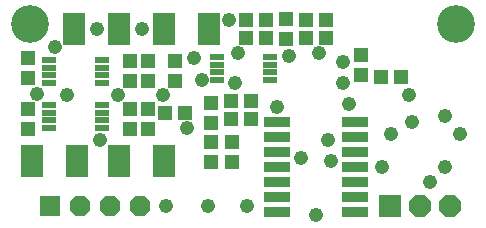
<source format=gts>
G75*
G70*
%OFA0B0*%
%FSLAX24Y24*%
%IPPOS*%
%LPD*%
%AMOC8*
5,1,8,0,0,1.08239X$1,22.5*
%
%ADD10C,0.1261*%
%ADD11R,0.0513X0.0237*%
%ADD12R,0.0880X0.0340*%
%ADD13R,0.0474X0.0513*%
%ADD14R,0.0749X0.1064*%
%ADD15R,0.0513X0.0474*%
%ADD16R,0.0740X0.0740*%
%ADD17OC8,0.0740*%
%ADD18R,0.0674X0.0674*%
%ADD19OC8,0.0674*%
%ADD20C,0.0476*%
D10*
X005677Y010165D03*
X019851Y010165D03*
D11*
X013676Y009062D03*
X013676Y008806D03*
X013676Y008550D03*
X013676Y008294D03*
X011904Y008294D03*
X011904Y008550D03*
X011904Y008806D03*
X011904Y009062D03*
X008076Y008962D03*
X008076Y008706D03*
X008076Y008450D03*
X008076Y008194D03*
X008076Y007462D03*
X008076Y007206D03*
X008076Y006950D03*
X008076Y006694D03*
X006304Y006694D03*
X006304Y006950D03*
X006304Y007206D03*
X006304Y007462D03*
X006304Y008194D03*
X006304Y008450D03*
X006304Y008706D03*
X006304Y008962D03*
D12*
X013885Y006878D03*
X013885Y006378D03*
X013885Y005878D03*
X013885Y005378D03*
X013885Y004878D03*
X013885Y004378D03*
X013885Y003878D03*
X016495Y003878D03*
X016495Y004378D03*
X016495Y004878D03*
X016495Y005378D03*
X016495Y005878D03*
X016495Y006378D03*
X016495Y006878D03*
D13*
X016690Y008444D03*
X016690Y009113D03*
X014190Y009644D03*
X014190Y010313D03*
X010490Y008913D03*
X009590Y008913D03*
X008990Y008913D03*
X008990Y008244D03*
X009590Y008244D03*
X010490Y008244D03*
X011690Y007513D03*
X011690Y006844D03*
X011690Y006213D03*
X012390Y006213D03*
X012390Y005544D03*
X011690Y005544D03*
X009590Y006644D03*
X008990Y006644D03*
X008990Y007313D03*
X009590Y007313D03*
X005590Y007313D03*
X005590Y006644D03*
X005590Y008344D03*
X005590Y009013D03*
D14*
X007142Y009978D03*
X008638Y009978D03*
X010142Y009978D03*
X011638Y009978D03*
X010138Y005578D03*
X008642Y005578D03*
X007238Y005578D03*
X005742Y005578D03*
D15*
X010155Y007178D03*
X010825Y007178D03*
X012355Y006978D03*
X013025Y006978D03*
X013025Y007578D03*
X012355Y007578D03*
X012855Y009678D03*
X013525Y009678D03*
X013525Y010278D03*
X012855Y010278D03*
X014855Y010278D03*
X015525Y010278D03*
X015525Y009678D03*
X014855Y009678D03*
X017355Y008378D03*
X018025Y008378D03*
D16*
X017670Y004078D03*
D17*
X018670Y004078D03*
X019670Y004078D03*
D18*
X006343Y004078D03*
D19*
X007343Y004078D03*
X008343Y004078D03*
X009343Y004078D03*
D20*
X010190Y004078D03*
X011590Y004078D03*
X012890Y004078D03*
X015190Y003778D03*
X017390Y005378D03*
X018990Y004878D03*
X019490Y005378D03*
X019990Y006478D03*
X019490Y007078D03*
X018390Y006878D03*
X017690Y006478D03*
X016290Y007478D03*
X016090Y008178D03*
X016090Y008878D03*
X015290Y009178D03*
X014290Y009078D03*
X012590Y009178D03*
X011131Y009017D03*
X011390Y008278D03*
X012490Y008178D03*
X013890Y007378D03*
X015590Y006278D03*
X015690Y005578D03*
X014690Y005678D03*
X018290Y007778D03*
X012290Y010278D03*
X009390Y009978D03*
X007890Y009978D03*
X006490Y009378D03*
X006890Y007778D03*
X005890Y007828D03*
X007990Y006278D03*
X008590Y007778D03*
X010090Y007778D03*
X010890Y006678D03*
M02*

</source>
